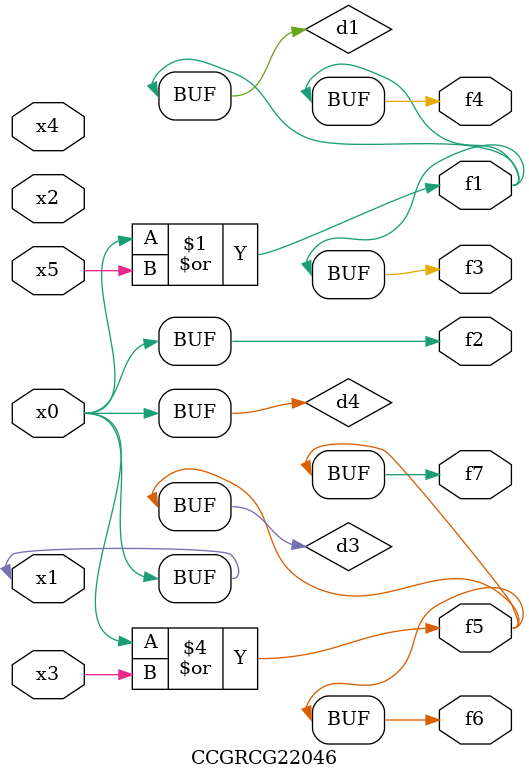
<source format=v>
module CCGRCG22046(
	input x0, x1, x2, x3, x4, x5,
	output f1, f2, f3, f4, f5, f6, f7
);

	wire d1, d2, d3, d4;

	or (d1, x0, x5);
	xnor (d2, x1, x4);
	or (d3, x0, x3);
	buf (d4, x0, x1);
	assign f1 = d1;
	assign f2 = d4;
	assign f3 = d1;
	assign f4 = d1;
	assign f5 = d3;
	assign f6 = d3;
	assign f7 = d3;
endmodule

</source>
